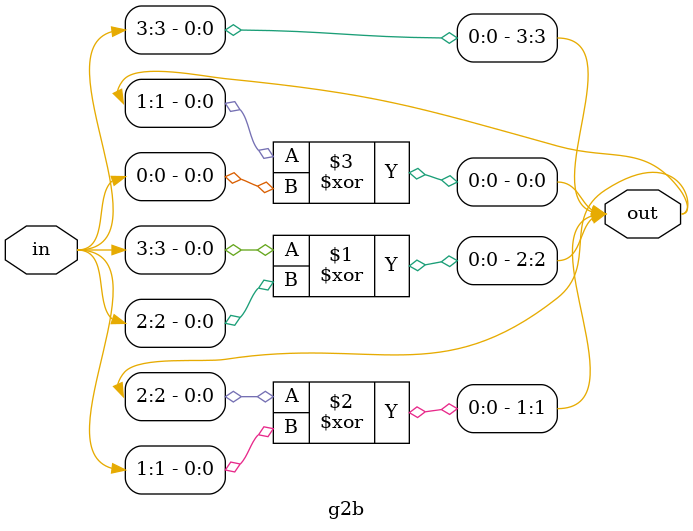
<source format=v>
module g2b(input [3:0]in,output [3:0]out);
  assign out[3] = in[3];
  assign out[2] = out[3] ^ in[2];
  assign out[1] = out[2] ^ in[1];
  assign out[0] = out[1] ^ in[0];
endmodule

</source>
